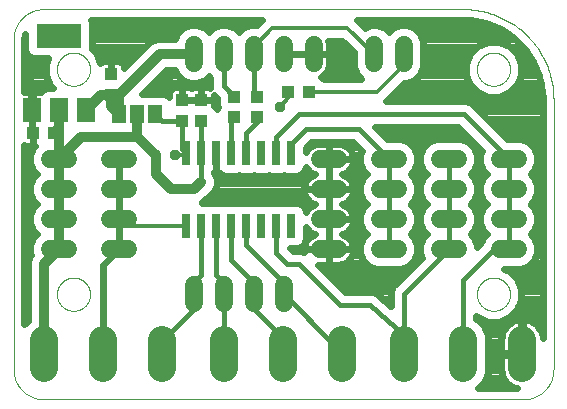
<source format=gtl>
G75*
%MOIN*%
%OFA0B0*%
%FSLAX25Y25*%
%IPPOS*%
%LPD*%
%AMOC8*
5,1,8,0,0,1.08239X$1,22.5*
%
%ADD10C,0.00000*%
%ADD11R,0.04252X0.04134*%
%ADD12R,0.02600X0.08000*%
%ADD13R,0.04331X0.03937*%
%ADD14C,0.09449*%
%ADD15C,0.06000*%
%ADD16R,0.03937X0.04331*%
%ADD17R,0.04600X0.06300*%
%ADD18R,0.05900X0.07900*%
%ADD19R,0.15000X0.07900*%
%ADD20R,0.04134X0.04252*%
%ADD21C,0.03200*%
%ADD22C,0.01600*%
%ADD23C,0.02400*%
%ADD24C,0.04724*%
%ADD25C,0.01200*%
%ADD26OC8,0.03562*%
D10*
X0022200Y0013565D02*
X0182200Y0013565D01*
X0182442Y0013568D01*
X0182683Y0013577D01*
X0182924Y0013591D01*
X0183165Y0013612D01*
X0183405Y0013638D01*
X0183645Y0013670D01*
X0183884Y0013708D01*
X0184121Y0013751D01*
X0184358Y0013801D01*
X0184593Y0013856D01*
X0184827Y0013916D01*
X0185059Y0013983D01*
X0185290Y0014054D01*
X0185519Y0014132D01*
X0185746Y0014215D01*
X0185971Y0014303D01*
X0186194Y0014397D01*
X0186414Y0014496D01*
X0186632Y0014601D01*
X0186847Y0014710D01*
X0187060Y0014825D01*
X0187270Y0014945D01*
X0187476Y0015070D01*
X0187680Y0015200D01*
X0187881Y0015335D01*
X0188078Y0015475D01*
X0188272Y0015619D01*
X0188462Y0015768D01*
X0188648Y0015922D01*
X0188831Y0016080D01*
X0189010Y0016242D01*
X0189185Y0016409D01*
X0189356Y0016580D01*
X0189523Y0016755D01*
X0189685Y0016934D01*
X0189843Y0017117D01*
X0189997Y0017303D01*
X0190146Y0017493D01*
X0190290Y0017687D01*
X0190430Y0017884D01*
X0190565Y0018085D01*
X0190695Y0018289D01*
X0190820Y0018495D01*
X0190940Y0018705D01*
X0191055Y0018918D01*
X0191164Y0019133D01*
X0191269Y0019351D01*
X0191368Y0019571D01*
X0191462Y0019794D01*
X0191550Y0020019D01*
X0191633Y0020246D01*
X0191711Y0020475D01*
X0191782Y0020706D01*
X0191849Y0020938D01*
X0191909Y0021172D01*
X0191964Y0021407D01*
X0192014Y0021644D01*
X0192057Y0021881D01*
X0192095Y0022120D01*
X0192127Y0022360D01*
X0192153Y0022600D01*
X0192174Y0022841D01*
X0192188Y0023082D01*
X0192197Y0023323D01*
X0192200Y0023565D01*
X0192200Y0113565D01*
X0166688Y0123565D02*
X0166690Y0123713D01*
X0166696Y0123861D01*
X0166706Y0124009D01*
X0166720Y0124156D01*
X0166738Y0124303D01*
X0166759Y0124449D01*
X0166785Y0124595D01*
X0166815Y0124740D01*
X0166848Y0124884D01*
X0166886Y0125027D01*
X0166927Y0125169D01*
X0166972Y0125310D01*
X0167020Y0125450D01*
X0167073Y0125589D01*
X0167129Y0125726D01*
X0167189Y0125861D01*
X0167252Y0125995D01*
X0167319Y0126127D01*
X0167390Y0126257D01*
X0167464Y0126385D01*
X0167541Y0126511D01*
X0167622Y0126635D01*
X0167706Y0126757D01*
X0167793Y0126876D01*
X0167884Y0126993D01*
X0167978Y0127108D01*
X0168074Y0127220D01*
X0168174Y0127330D01*
X0168276Y0127436D01*
X0168382Y0127540D01*
X0168490Y0127641D01*
X0168601Y0127739D01*
X0168714Y0127835D01*
X0168830Y0127927D01*
X0168948Y0128016D01*
X0169069Y0128101D01*
X0169192Y0128184D01*
X0169317Y0128263D01*
X0169444Y0128339D01*
X0169573Y0128411D01*
X0169704Y0128480D01*
X0169837Y0128545D01*
X0169972Y0128606D01*
X0170108Y0128664D01*
X0170245Y0128719D01*
X0170384Y0128769D01*
X0170525Y0128816D01*
X0170666Y0128859D01*
X0170809Y0128899D01*
X0170953Y0128934D01*
X0171097Y0128966D01*
X0171243Y0128993D01*
X0171389Y0129017D01*
X0171536Y0129037D01*
X0171683Y0129053D01*
X0171830Y0129065D01*
X0171978Y0129073D01*
X0172126Y0129077D01*
X0172274Y0129077D01*
X0172422Y0129073D01*
X0172570Y0129065D01*
X0172717Y0129053D01*
X0172864Y0129037D01*
X0173011Y0129017D01*
X0173157Y0128993D01*
X0173303Y0128966D01*
X0173447Y0128934D01*
X0173591Y0128899D01*
X0173734Y0128859D01*
X0173875Y0128816D01*
X0174016Y0128769D01*
X0174155Y0128719D01*
X0174292Y0128664D01*
X0174428Y0128606D01*
X0174563Y0128545D01*
X0174696Y0128480D01*
X0174827Y0128411D01*
X0174956Y0128339D01*
X0175083Y0128263D01*
X0175208Y0128184D01*
X0175331Y0128101D01*
X0175452Y0128016D01*
X0175570Y0127927D01*
X0175686Y0127835D01*
X0175799Y0127739D01*
X0175910Y0127641D01*
X0176018Y0127540D01*
X0176124Y0127436D01*
X0176226Y0127330D01*
X0176326Y0127220D01*
X0176422Y0127108D01*
X0176516Y0126993D01*
X0176607Y0126876D01*
X0176694Y0126757D01*
X0176778Y0126635D01*
X0176859Y0126511D01*
X0176936Y0126385D01*
X0177010Y0126257D01*
X0177081Y0126127D01*
X0177148Y0125995D01*
X0177211Y0125861D01*
X0177271Y0125726D01*
X0177327Y0125589D01*
X0177380Y0125450D01*
X0177428Y0125310D01*
X0177473Y0125169D01*
X0177514Y0125027D01*
X0177552Y0124884D01*
X0177585Y0124740D01*
X0177615Y0124595D01*
X0177641Y0124449D01*
X0177662Y0124303D01*
X0177680Y0124156D01*
X0177694Y0124009D01*
X0177704Y0123861D01*
X0177710Y0123713D01*
X0177712Y0123565D01*
X0177710Y0123417D01*
X0177704Y0123269D01*
X0177694Y0123121D01*
X0177680Y0122974D01*
X0177662Y0122827D01*
X0177641Y0122681D01*
X0177615Y0122535D01*
X0177585Y0122390D01*
X0177552Y0122246D01*
X0177514Y0122103D01*
X0177473Y0121961D01*
X0177428Y0121820D01*
X0177380Y0121680D01*
X0177327Y0121541D01*
X0177271Y0121404D01*
X0177211Y0121269D01*
X0177148Y0121135D01*
X0177081Y0121003D01*
X0177010Y0120873D01*
X0176936Y0120745D01*
X0176859Y0120619D01*
X0176778Y0120495D01*
X0176694Y0120373D01*
X0176607Y0120254D01*
X0176516Y0120137D01*
X0176422Y0120022D01*
X0176326Y0119910D01*
X0176226Y0119800D01*
X0176124Y0119694D01*
X0176018Y0119590D01*
X0175910Y0119489D01*
X0175799Y0119391D01*
X0175686Y0119295D01*
X0175570Y0119203D01*
X0175452Y0119114D01*
X0175331Y0119029D01*
X0175208Y0118946D01*
X0175083Y0118867D01*
X0174956Y0118791D01*
X0174827Y0118719D01*
X0174696Y0118650D01*
X0174563Y0118585D01*
X0174428Y0118524D01*
X0174292Y0118466D01*
X0174155Y0118411D01*
X0174016Y0118361D01*
X0173875Y0118314D01*
X0173734Y0118271D01*
X0173591Y0118231D01*
X0173447Y0118196D01*
X0173303Y0118164D01*
X0173157Y0118137D01*
X0173011Y0118113D01*
X0172864Y0118093D01*
X0172717Y0118077D01*
X0172570Y0118065D01*
X0172422Y0118057D01*
X0172274Y0118053D01*
X0172126Y0118053D01*
X0171978Y0118057D01*
X0171830Y0118065D01*
X0171683Y0118077D01*
X0171536Y0118093D01*
X0171389Y0118113D01*
X0171243Y0118137D01*
X0171097Y0118164D01*
X0170953Y0118196D01*
X0170809Y0118231D01*
X0170666Y0118271D01*
X0170525Y0118314D01*
X0170384Y0118361D01*
X0170245Y0118411D01*
X0170108Y0118466D01*
X0169972Y0118524D01*
X0169837Y0118585D01*
X0169704Y0118650D01*
X0169573Y0118719D01*
X0169444Y0118791D01*
X0169317Y0118867D01*
X0169192Y0118946D01*
X0169069Y0119029D01*
X0168948Y0119114D01*
X0168830Y0119203D01*
X0168714Y0119295D01*
X0168601Y0119391D01*
X0168490Y0119489D01*
X0168382Y0119590D01*
X0168276Y0119694D01*
X0168174Y0119800D01*
X0168074Y0119910D01*
X0167978Y0120022D01*
X0167884Y0120137D01*
X0167793Y0120254D01*
X0167706Y0120373D01*
X0167622Y0120495D01*
X0167541Y0120619D01*
X0167464Y0120745D01*
X0167390Y0120873D01*
X0167319Y0121003D01*
X0167252Y0121135D01*
X0167189Y0121269D01*
X0167129Y0121404D01*
X0167073Y0121541D01*
X0167020Y0121680D01*
X0166972Y0121820D01*
X0166927Y0121961D01*
X0166886Y0122103D01*
X0166848Y0122246D01*
X0166815Y0122390D01*
X0166785Y0122535D01*
X0166759Y0122681D01*
X0166738Y0122827D01*
X0166720Y0122974D01*
X0166706Y0123121D01*
X0166696Y0123269D01*
X0166690Y0123417D01*
X0166688Y0123565D01*
X0162200Y0143565D02*
X0162925Y0143556D01*
X0163649Y0143530D01*
X0164373Y0143486D01*
X0165095Y0143425D01*
X0165816Y0143346D01*
X0166535Y0143250D01*
X0167251Y0143137D01*
X0167964Y0143006D01*
X0168674Y0142858D01*
X0169379Y0142693D01*
X0170081Y0142511D01*
X0170778Y0142312D01*
X0171471Y0142097D01*
X0172157Y0141864D01*
X0172838Y0141615D01*
X0173513Y0141350D01*
X0174181Y0141069D01*
X0174842Y0140771D01*
X0175496Y0140458D01*
X0176142Y0140129D01*
X0176780Y0139784D01*
X0177409Y0139424D01*
X0178029Y0139049D01*
X0178640Y0138659D01*
X0179242Y0138255D01*
X0179834Y0137836D01*
X0180415Y0137402D01*
X0180986Y0136955D01*
X0181545Y0136494D01*
X0182094Y0136020D01*
X0182630Y0135533D01*
X0183155Y0135033D01*
X0183668Y0134520D01*
X0184168Y0133995D01*
X0184655Y0133459D01*
X0185129Y0132910D01*
X0185590Y0132351D01*
X0186037Y0131780D01*
X0186471Y0131199D01*
X0186890Y0130607D01*
X0187294Y0130005D01*
X0187684Y0129394D01*
X0188059Y0128774D01*
X0188419Y0128145D01*
X0188764Y0127507D01*
X0189093Y0126861D01*
X0189406Y0126207D01*
X0189704Y0125546D01*
X0189985Y0124878D01*
X0190250Y0124203D01*
X0190499Y0123522D01*
X0190732Y0122836D01*
X0190947Y0122143D01*
X0191146Y0121446D01*
X0191328Y0120744D01*
X0191493Y0120039D01*
X0191641Y0119329D01*
X0191772Y0118616D01*
X0191885Y0117900D01*
X0191981Y0117181D01*
X0192060Y0116460D01*
X0192121Y0115738D01*
X0192165Y0115014D01*
X0192191Y0114290D01*
X0192200Y0113565D01*
X0162200Y0143565D02*
X0022200Y0143565D01*
X0021958Y0143562D01*
X0021717Y0143553D01*
X0021476Y0143539D01*
X0021235Y0143518D01*
X0020995Y0143492D01*
X0020755Y0143460D01*
X0020516Y0143422D01*
X0020279Y0143379D01*
X0020042Y0143329D01*
X0019807Y0143274D01*
X0019573Y0143214D01*
X0019341Y0143147D01*
X0019110Y0143076D01*
X0018881Y0142998D01*
X0018654Y0142915D01*
X0018429Y0142827D01*
X0018206Y0142733D01*
X0017986Y0142634D01*
X0017768Y0142529D01*
X0017553Y0142420D01*
X0017340Y0142305D01*
X0017130Y0142185D01*
X0016924Y0142060D01*
X0016720Y0141930D01*
X0016519Y0141795D01*
X0016322Y0141655D01*
X0016128Y0141511D01*
X0015938Y0141362D01*
X0015752Y0141208D01*
X0015569Y0141050D01*
X0015390Y0140888D01*
X0015215Y0140721D01*
X0015044Y0140550D01*
X0014877Y0140375D01*
X0014715Y0140196D01*
X0014557Y0140013D01*
X0014403Y0139827D01*
X0014254Y0139637D01*
X0014110Y0139443D01*
X0013970Y0139246D01*
X0013835Y0139045D01*
X0013705Y0138841D01*
X0013580Y0138635D01*
X0013460Y0138425D01*
X0013345Y0138212D01*
X0013236Y0137997D01*
X0013131Y0137779D01*
X0013032Y0137559D01*
X0012938Y0137336D01*
X0012850Y0137111D01*
X0012767Y0136884D01*
X0012689Y0136655D01*
X0012618Y0136424D01*
X0012551Y0136192D01*
X0012491Y0135958D01*
X0012436Y0135723D01*
X0012386Y0135486D01*
X0012343Y0135249D01*
X0012305Y0135010D01*
X0012273Y0134770D01*
X0012247Y0134530D01*
X0012226Y0134289D01*
X0012212Y0134048D01*
X0012203Y0133807D01*
X0012200Y0133565D01*
X0012200Y0023565D01*
X0012203Y0023323D01*
X0012212Y0023082D01*
X0012226Y0022841D01*
X0012247Y0022600D01*
X0012273Y0022360D01*
X0012305Y0022120D01*
X0012343Y0021881D01*
X0012386Y0021644D01*
X0012436Y0021407D01*
X0012491Y0021172D01*
X0012551Y0020938D01*
X0012618Y0020706D01*
X0012689Y0020475D01*
X0012767Y0020246D01*
X0012850Y0020019D01*
X0012938Y0019794D01*
X0013032Y0019571D01*
X0013131Y0019351D01*
X0013236Y0019133D01*
X0013345Y0018918D01*
X0013460Y0018705D01*
X0013580Y0018495D01*
X0013705Y0018289D01*
X0013835Y0018085D01*
X0013970Y0017884D01*
X0014110Y0017687D01*
X0014254Y0017493D01*
X0014403Y0017303D01*
X0014557Y0017117D01*
X0014715Y0016934D01*
X0014877Y0016755D01*
X0015044Y0016580D01*
X0015215Y0016409D01*
X0015390Y0016242D01*
X0015569Y0016080D01*
X0015752Y0015922D01*
X0015938Y0015768D01*
X0016128Y0015619D01*
X0016322Y0015475D01*
X0016519Y0015335D01*
X0016720Y0015200D01*
X0016924Y0015070D01*
X0017130Y0014945D01*
X0017340Y0014825D01*
X0017553Y0014710D01*
X0017768Y0014601D01*
X0017986Y0014496D01*
X0018206Y0014397D01*
X0018429Y0014303D01*
X0018654Y0014215D01*
X0018881Y0014132D01*
X0019110Y0014054D01*
X0019341Y0013983D01*
X0019573Y0013916D01*
X0019807Y0013856D01*
X0020042Y0013801D01*
X0020279Y0013751D01*
X0020516Y0013708D01*
X0020755Y0013670D01*
X0020995Y0013638D01*
X0021235Y0013612D01*
X0021476Y0013591D01*
X0021717Y0013577D01*
X0021958Y0013568D01*
X0022200Y0013565D01*
X0026688Y0048565D02*
X0026690Y0048713D01*
X0026696Y0048861D01*
X0026706Y0049009D01*
X0026720Y0049156D01*
X0026738Y0049303D01*
X0026759Y0049449D01*
X0026785Y0049595D01*
X0026815Y0049740D01*
X0026848Y0049884D01*
X0026886Y0050027D01*
X0026927Y0050169D01*
X0026972Y0050310D01*
X0027020Y0050450D01*
X0027073Y0050589D01*
X0027129Y0050726D01*
X0027189Y0050861D01*
X0027252Y0050995D01*
X0027319Y0051127D01*
X0027390Y0051257D01*
X0027464Y0051385D01*
X0027541Y0051511D01*
X0027622Y0051635D01*
X0027706Y0051757D01*
X0027793Y0051876D01*
X0027884Y0051993D01*
X0027978Y0052108D01*
X0028074Y0052220D01*
X0028174Y0052330D01*
X0028276Y0052436D01*
X0028382Y0052540D01*
X0028490Y0052641D01*
X0028601Y0052739D01*
X0028714Y0052835D01*
X0028830Y0052927D01*
X0028948Y0053016D01*
X0029069Y0053101D01*
X0029192Y0053184D01*
X0029317Y0053263D01*
X0029444Y0053339D01*
X0029573Y0053411D01*
X0029704Y0053480D01*
X0029837Y0053545D01*
X0029972Y0053606D01*
X0030108Y0053664D01*
X0030245Y0053719D01*
X0030384Y0053769D01*
X0030525Y0053816D01*
X0030666Y0053859D01*
X0030809Y0053899D01*
X0030953Y0053934D01*
X0031097Y0053966D01*
X0031243Y0053993D01*
X0031389Y0054017D01*
X0031536Y0054037D01*
X0031683Y0054053D01*
X0031830Y0054065D01*
X0031978Y0054073D01*
X0032126Y0054077D01*
X0032274Y0054077D01*
X0032422Y0054073D01*
X0032570Y0054065D01*
X0032717Y0054053D01*
X0032864Y0054037D01*
X0033011Y0054017D01*
X0033157Y0053993D01*
X0033303Y0053966D01*
X0033447Y0053934D01*
X0033591Y0053899D01*
X0033734Y0053859D01*
X0033875Y0053816D01*
X0034016Y0053769D01*
X0034155Y0053719D01*
X0034292Y0053664D01*
X0034428Y0053606D01*
X0034563Y0053545D01*
X0034696Y0053480D01*
X0034827Y0053411D01*
X0034956Y0053339D01*
X0035083Y0053263D01*
X0035208Y0053184D01*
X0035331Y0053101D01*
X0035452Y0053016D01*
X0035570Y0052927D01*
X0035686Y0052835D01*
X0035799Y0052739D01*
X0035910Y0052641D01*
X0036018Y0052540D01*
X0036124Y0052436D01*
X0036226Y0052330D01*
X0036326Y0052220D01*
X0036422Y0052108D01*
X0036516Y0051993D01*
X0036607Y0051876D01*
X0036694Y0051757D01*
X0036778Y0051635D01*
X0036859Y0051511D01*
X0036936Y0051385D01*
X0037010Y0051257D01*
X0037081Y0051127D01*
X0037148Y0050995D01*
X0037211Y0050861D01*
X0037271Y0050726D01*
X0037327Y0050589D01*
X0037380Y0050450D01*
X0037428Y0050310D01*
X0037473Y0050169D01*
X0037514Y0050027D01*
X0037552Y0049884D01*
X0037585Y0049740D01*
X0037615Y0049595D01*
X0037641Y0049449D01*
X0037662Y0049303D01*
X0037680Y0049156D01*
X0037694Y0049009D01*
X0037704Y0048861D01*
X0037710Y0048713D01*
X0037712Y0048565D01*
X0037710Y0048417D01*
X0037704Y0048269D01*
X0037694Y0048121D01*
X0037680Y0047974D01*
X0037662Y0047827D01*
X0037641Y0047681D01*
X0037615Y0047535D01*
X0037585Y0047390D01*
X0037552Y0047246D01*
X0037514Y0047103D01*
X0037473Y0046961D01*
X0037428Y0046820D01*
X0037380Y0046680D01*
X0037327Y0046541D01*
X0037271Y0046404D01*
X0037211Y0046269D01*
X0037148Y0046135D01*
X0037081Y0046003D01*
X0037010Y0045873D01*
X0036936Y0045745D01*
X0036859Y0045619D01*
X0036778Y0045495D01*
X0036694Y0045373D01*
X0036607Y0045254D01*
X0036516Y0045137D01*
X0036422Y0045022D01*
X0036326Y0044910D01*
X0036226Y0044800D01*
X0036124Y0044694D01*
X0036018Y0044590D01*
X0035910Y0044489D01*
X0035799Y0044391D01*
X0035686Y0044295D01*
X0035570Y0044203D01*
X0035452Y0044114D01*
X0035331Y0044029D01*
X0035208Y0043946D01*
X0035083Y0043867D01*
X0034956Y0043791D01*
X0034827Y0043719D01*
X0034696Y0043650D01*
X0034563Y0043585D01*
X0034428Y0043524D01*
X0034292Y0043466D01*
X0034155Y0043411D01*
X0034016Y0043361D01*
X0033875Y0043314D01*
X0033734Y0043271D01*
X0033591Y0043231D01*
X0033447Y0043196D01*
X0033303Y0043164D01*
X0033157Y0043137D01*
X0033011Y0043113D01*
X0032864Y0043093D01*
X0032717Y0043077D01*
X0032570Y0043065D01*
X0032422Y0043057D01*
X0032274Y0043053D01*
X0032126Y0043053D01*
X0031978Y0043057D01*
X0031830Y0043065D01*
X0031683Y0043077D01*
X0031536Y0043093D01*
X0031389Y0043113D01*
X0031243Y0043137D01*
X0031097Y0043164D01*
X0030953Y0043196D01*
X0030809Y0043231D01*
X0030666Y0043271D01*
X0030525Y0043314D01*
X0030384Y0043361D01*
X0030245Y0043411D01*
X0030108Y0043466D01*
X0029972Y0043524D01*
X0029837Y0043585D01*
X0029704Y0043650D01*
X0029573Y0043719D01*
X0029444Y0043791D01*
X0029317Y0043867D01*
X0029192Y0043946D01*
X0029069Y0044029D01*
X0028948Y0044114D01*
X0028830Y0044203D01*
X0028714Y0044295D01*
X0028601Y0044391D01*
X0028490Y0044489D01*
X0028382Y0044590D01*
X0028276Y0044694D01*
X0028174Y0044800D01*
X0028074Y0044910D01*
X0027978Y0045022D01*
X0027884Y0045137D01*
X0027793Y0045254D01*
X0027706Y0045373D01*
X0027622Y0045495D01*
X0027541Y0045619D01*
X0027464Y0045745D01*
X0027390Y0045873D01*
X0027319Y0046003D01*
X0027252Y0046135D01*
X0027189Y0046269D01*
X0027129Y0046404D01*
X0027073Y0046541D01*
X0027020Y0046680D01*
X0026972Y0046820D01*
X0026927Y0046961D01*
X0026886Y0047103D01*
X0026848Y0047246D01*
X0026815Y0047390D01*
X0026785Y0047535D01*
X0026759Y0047681D01*
X0026738Y0047827D01*
X0026720Y0047974D01*
X0026706Y0048121D01*
X0026696Y0048269D01*
X0026690Y0048417D01*
X0026688Y0048565D01*
X0026688Y0123565D02*
X0026690Y0123713D01*
X0026696Y0123861D01*
X0026706Y0124009D01*
X0026720Y0124156D01*
X0026738Y0124303D01*
X0026759Y0124449D01*
X0026785Y0124595D01*
X0026815Y0124740D01*
X0026848Y0124884D01*
X0026886Y0125027D01*
X0026927Y0125169D01*
X0026972Y0125310D01*
X0027020Y0125450D01*
X0027073Y0125589D01*
X0027129Y0125726D01*
X0027189Y0125861D01*
X0027252Y0125995D01*
X0027319Y0126127D01*
X0027390Y0126257D01*
X0027464Y0126385D01*
X0027541Y0126511D01*
X0027622Y0126635D01*
X0027706Y0126757D01*
X0027793Y0126876D01*
X0027884Y0126993D01*
X0027978Y0127108D01*
X0028074Y0127220D01*
X0028174Y0127330D01*
X0028276Y0127436D01*
X0028382Y0127540D01*
X0028490Y0127641D01*
X0028601Y0127739D01*
X0028714Y0127835D01*
X0028830Y0127927D01*
X0028948Y0128016D01*
X0029069Y0128101D01*
X0029192Y0128184D01*
X0029317Y0128263D01*
X0029444Y0128339D01*
X0029573Y0128411D01*
X0029704Y0128480D01*
X0029837Y0128545D01*
X0029972Y0128606D01*
X0030108Y0128664D01*
X0030245Y0128719D01*
X0030384Y0128769D01*
X0030525Y0128816D01*
X0030666Y0128859D01*
X0030809Y0128899D01*
X0030953Y0128934D01*
X0031097Y0128966D01*
X0031243Y0128993D01*
X0031389Y0129017D01*
X0031536Y0129037D01*
X0031683Y0129053D01*
X0031830Y0129065D01*
X0031978Y0129073D01*
X0032126Y0129077D01*
X0032274Y0129077D01*
X0032422Y0129073D01*
X0032570Y0129065D01*
X0032717Y0129053D01*
X0032864Y0129037D01*
X0033011Y0129017D01*
X0033157Y0128993D01*
X0033303Y0128966D01*
X0033447Y0128934D01*
X0033591Y0128899D01*
X0033734Y0128859D01*
X0033875Y0128816D01*
X0034016Y0128769D01*
X0034155Y0128719D01*
X0034292Y0128664D01*
X0034428Y0128606D01*
X0034563Y0128545D01*
X0034696Y0128480D01*
X0034827Y0128411D01*
X0034956Y0128339D01*
X0035083Y0128263D01*
X0035208Y0128184D01*
X0035331Y0128101D01*
X0035452Y0128016D01*
X0035570Y0127927D01*
X0035686Y0127835D01*
X0035799Y0127739D01*
X0035910Y0127641D01*
X0036018Y0127540D01*
X0036124Y0127436D01*
X0036226Y0127330D01*
X0036326Y0127220D01*
X0036422Y0127108D01*
X0036516Y0126993D01*
X0036607Y0126876D01*
X0036694Y0126757D01*
X0036778Y0126635D01*
X0036859Y0126511D01*
X0036936Y0126385D01*
X0037010Y0126257D01*
X0037081Y0126127D01*
X0037148Y0125995D01*
X0037211Y0125861D01*
X0037271Y0125726D01*
X0037327Y0125589D01*
X0037380Y0125450D01*
X0037428Y0125310D01*
X0037473Y0125169D01*
X0037514Y0125027D01*
X0037552Y0124884D01*
X0037585Y0124740D01*
X0037615Y0124595D01*
X0037641Y0124449D01*
X0037662Y0124303D01*
X0037680Y0124156D01*
X0037694Y0124009D01*
X0037704Y0123861D01*
X0037710Y0123713D01*
X0037712Y0123565D01*
X0037710Y0123417D01*
X0037704Y0123269D01*
X0037694Y0123121D01*
X0037680Y0122974D01*
X0037662Y0122827D01*
X0037641Y0122681D01*
X0037615Y0122535D01*
X0037585Y0122390D01*
X0037552Y0122246D01*
X0037514Y0122103D01*
X0037473Y0121961D01*
X0037428Y0121820D01*
X0037380Y0121680D01*
X0037327Y0121541D01*
X0037271Y0121404D01*
X0037211Y0121269D01*
X0037148Y0121135D01*
X0037081Y0121003D01*
X0037010Y0120873D01*
X0036936Y0120745D01*
X0036859Y0120619D01*
X0036778Y0120495D01*
X0036694Y0120373D01*
X0036607Y0120254D01*
X0036516Y0120137D01*
X0036422Y0120022D01*
X0036326Y0119910D01*
X0036226Y0119800D01*
X0036124Y0119694D01*
X0036018Y0119590D01*
X0035910Y0119489D01*
X0035799Y0119391D01*
X0035686Y0119295D01*
X0035570Y0119203D01*
X0035452Y0119114D01*
X0035331Y0119029D01*
X0035208Y0118946D01*
X0035083Y0118867D01*
X0034956Y0118791D01*
X0034827Y0118719D01*
X0034696Y0118650D01*
X0034563Y0118585D01*
X0034428Y0118524D01*
X0034292Y0118466D01*
X0034155Y0118411D01*
X0034016Y0118361D01*
X0033875Y0118314D01*
X0033734Y0118271D01*
X0033591Y0118231D01*
X0033447Y0118196D01*
X0033303Y0118164D01*
X0033157Y0118137D01*
X0033011Y0118113D01*
X0032864Y0118093D01*
X0032717Y0118077D01*
X0032570Y0118065D01*
X0032422Y0118057D01*
X0032274Y0118053D01*
X0032126Y0118053D01*
X0031978Y0118057D01*
X0031830Y0118065D01*
X0031683Y0118077D01*
X0031536Y0118093D01*
X0031389Y0118113D01*
X0031243Y0118137D01*
X0031097Y0118164D01*
X0030953Y0118196D01*
X0030809Y0118231D01*
X0030666Y0118271D01*
X0030525Y0118314D01*
X0030384Y0118361D01*
X0030245Y0118411D01*
X0030108Y0118466D01*
X0029972Y0118524D01*
X0029837Y0118585D01*
X0029704Y0118650D01*
X0029573Y0118719D01*
X0029444Y0118791D01*
X0029317Y0118867D01*
X0029192Y0118946D01*
X0029069Y0119029D01*
X0028948Y0119114D01*
X0028830Y0119203D01*
X0028714Y0119295D01*
X0028601Y0119391D01*
X0028490Y0119489D01*
X0028382Y0119590D01*
X0028276Y0119694D01*
X0028174Y0119800D01*
X0028074Y0119910D01*
X0027978Y0120022D01*
X0027884Y0120137D01*
X0027793Y0120254D01*
X0027706Y0120373D01*
X0027622Y0120495D01*
X0027541Y0120619D01*
X0027464Y0120745D01*
X0027390Y0120873D01*
X0027319Y0121003D01*
X0027252Y0121135D01*
X0027189Y0121269D01*
X0027129Y0121404D01*
X0027073Y0121541D01*
X0027020Y0121680D01*
X0026972Y0121820D01*
X0026927Y0121961D01*
X0026886Y0122103D01*
X0026848Y0122246D01*
X0026815Y0122390D01*
X0026785Y0122535D01*
X0026759Y0122681D01*
X0026738Y0122827D01*
X0026720Y0122974D01*
X0026706Y0123121D01*
X0026696Y0123269D01*
X0026690Y0123417D01*
X0026688Y0123565D01*
X0166688Y0048565D02*
X0166690Y0048713D01*
X0166696Y0048861D01*
X0166706Y0049009D01*
X0166720Y0049156D01*
X0166738Y0049303D01*
X0166759Y0049449D01*
X0166785Y0049595D01*
X0166815Y0049740D01*
X0166848Y0049884D01*
X0166886Y0050027D01*
X0166927Y0050169D01*
X0166972Y0050310D01*
X0167020Y0050450D01*
X0167073Y0050589D01*
X0167129Y0050726D01*
X0167189Y0050861D01*
X0167252Y0050995D01*
X0167319Y0051127D01*
X0167390Y0051257D01*
X0167464Y0051385D01*
X0167541Y0051511D01*
X0167622Y0051635D01*
X0167706Y0051757D01*
X0167793Y0051876D01*
X0167884Y0051993D01*
X0167978Y0052108D01*
X0168074Y0052220D01*
X0168174Y0052330D01*
X0168276Y0052436D01*
X0168382Y0052540D01*
X0168490Y0052641D01*
X0168601Y0052739D01*
X0168714Y0052835D01*
X0168830Y0052927D01*
X0168948Y0053016D01*
X0169069Y0053101D01*
X0169192Y0053184D01*
X0169317Y0053263D01*
X0169444Y0053339D01*
X0169573Y0053411D01*
X0169704Y0053480D01*
X0169837Y0053545D01*
X0169972Y0053606D01*
X0170108Y0053664D01*
X0170245Y0053719D01*
X0170384Y0053769D01*
X0170525Y0053816D01*
X0170666Y0053859D01*
X0170809Y0053899D01*
X0170953Y0053934D01*
X0171097Y0053966D01*
X0171243Y0053993D01*
X0171389Y0054017D01*
X0171536Y0054037D01*
X0171683Y0054053D01*
X0171830Y0054065D01*
X0171978Y0054073D01*
X0172126Y0054077D01*
X0172274Y0054077D01*
X0172422Y0054073D01*
X0172570Y0054065D01*
X0172717Y0054053D01*
X0172864Y0054037D01*
X0173011Y0054017D01*
X0173157Y0053993D01*
X0173303Y0053966D01*
X0173447Y0053934D01*
X0173591Y0053899D01*
X0173734Y0053859D01*
X0173875Y0053816D01*
X0174016Y0053769D01*
X0174155Y0053719D01*
X0174292Y0053664D01*
X0174428Y0053606D01*
X0174563Y0053545D01*
X0174696Y0053480D01*
X0174827Y0053411D01*
X0174956Y0053339D01*
X0175083Y0053263D01*
X0175208Y0053184D01*
X0175331Y0053101D01*
X0175452Y0053016D01*
X0175570Y0052927D01*
X0175686Y0052835D01*
X0175799Y0052739D01*
X0175910Y0052641D01*
X0176018Y0052540D01*
X0176124Y0052436D01*
X0176226Y0052330D01*
X0176326Y0052220D01*
X0176422Y0052108D01*
X0176516Y0051993D01*
X0176607Y0051876D01*
X0176694Y0051757D01*
X0176778Y0051635D01*
X0176859Y0051511D01*
X0176936Y0051385D01*
X0177010Y0051257D01*
X0177081Y0051127D01*
X0177148Y0050995D01*
X0177211Y0050861D01*
X0177271Y0050726D01*
X0177327Y0050589D01*
X0177380Y0050450D01*
X0177428Y0050310D01*
X0177473Y0050169D01*
X0177514Y0050027D01*
X0177552Y0049884D01*
X0177585Y0049740D01*
X0177615Y0049595D01*
X0177641Y0049449D01*
X0177662Y0049303D01*
X0177680Y0049156D01*
X0177694Y0049009D01*
X0177704Y0048861D01*
X0177710Y0048713D01*
X0177712Y0048565D01*
X0177710Y0048417D01*
X0177704Y0048269D01*
X0177694Y0048121D01*
X0177680Y0047974D01*
X0177662Y0047827D01*
X0177641Y0047681D01*
X0177615Y0047535D01*
X0177585Y0047390D01*
X0177552Y0047246D01*
X0177514Y0047103D01*
X0177473Y0046961D01*
X0177428Y0046820D01*
X0177380Y0046680D01*
X0177327Y0046541D01*
X0177271Y0046404D01*
X0177211Y0046269D01*
X0177148Y0046135D01*
X0177081Y0046003D01*
X0177010Y0045873D01*
X0176936Y0045745D01*
X0176859Y0045619D01*
X0176778Y0045495D01*
X0176694Y0045373D01*
X0176607Y0045254D01*
X0176516Y0045137D01*
X0176422Y0045022D01*
X0176326Y0044910D01*
X0176226Y0044800D01*
X0176124Y0044694D01*
X0176018Y0044590D01*
X0175910Y0044489D01*
X0175799Y0044391D01*
X0175686Y0044295D01*
X0175570Y0044203D01*
X0175452Y0044114D01*
X0175331Y0044029D01*
X0175208Y0043946D01*
X0175083Y0043867D01*
X0174956Y0043791D01*
X0174827Y0043719D01*
X0174696Y0043650D01*
X0174563Y0043585D01*
X0174428Y0043524D01*
X0174292Y0043466D01*
X0174155Y0043411D01*
X0174016Y0043361D01*
X0173875Y0043314D01*
X0173734Y0043271D01*
X0173591Y0043231D01*
X0173447Y0043196D01*
X0173303Y0043164D01*
X0173157Y0043137D01*
X0173011Y0043113D01*
X0172864Y0043093D01*
X0172717Y0043077D01*
X0172570Y0043065D01*
X0172422Y0043057D01*
X0172274Y0043053D01*
X0172126Y0043053D01*
X0171978Y0043057D01*
X0171830Y0043065D01*
X0171683Y0043077D01*
X0171536Y0043093D01*
X0171389Y0043113D01*
X0171243Y0043137D01*
X0171097Y0043164D01*
X0170953Y0043196D01*
X0170809Y0043231D01*
X0170666Y0043271D01*
X0170525Y0043314D01*
X0170384Y0043361D01*
X0170245Y0043411D01*
X0170108Y0043466D01*
X0169972Y0043524D01*
X0169837Y0043585D01*
X0169704Y0043650D01*
X0169573Y0043719D01*
X0169444Y0043791D01*
X0169317Y0043867D01*
X0169192Y0043946D01*
X0169069Y0044029D01*
X0168948Y0044114D01*
X0168830Y0044203D01*
X0168714Y0044295D01*
X0168601Y0044391D01*
X0168490Y0044489D01*
X0168382Y0044590D01*
X0168276Y0044694D01*
X0168174Y0044800D01*
X0168074Y0044910D01*
X0167978Y0045022D01*
X0167884Y0045137D01*
X0167793Y0045254D01*
X0167706Y0045373D01*
X0167622Y0045495D01*
X0167541Y0045619D01*
X0167464Y0045745D01*
X0167390Y0045873D01*
X0167319Y0046003D01*
X0167252Y0046135D01*
X0167189Y0046269D01*
X0167129Y0046404D01*
X0167073Y0046541D01*
X0167020Y0046680D01*
X0166972Y0046820D01*
X0166927Y0046961D01*
X0166886Y0047103D01*
X0166848Y0047246D01*
X0166815Y0047390D01*
X0166785Y0047535D01*
X0166759Y0047681D01*
X0166738Y0047827D01*
X0166720Y0047974D01*
X0166706Y0048121D01*
X0166696Y0048269D01*
X0166690Y0048417D01*
X0166688Y0048565D01*
D11*
X0074700Y0106370D03*
X0068450Y0106370D03*
X0068450Y0113260D03*
X0074700Y0113260D03*
X0044700Y0115120D03*
X0044700Y0122010D03*
D12*
X0069700Y0095665D03*
X0074700Y0095665D03*
X0079700Y0095665D03*
X0084700Y0095665D03*
X0089700Y0095665D03*
X0094700Y0095665D03*
X0099700Y0095665D03*
X0104700Y0095665D03*
X0104700Y0071465D03*
X0099700Y0071465D03*
X0094700Y0071465D03*
X0089700Y0071465D03*
X0084700Y0071465D03*
X0079700Y0071465D03*
X0074700Y0071465D03*
X0069700Y0071465D03*
D13*
X0085700Y0107719D03*
X0085700Y0114412D03*
X0093450Y0114412D03*
X0093450Y0107719D03*
D14*
X0102043Y0033290D02*
X0102043Y0023841D01*
X0121728Y0023841D02*
X0121728Y0033290D01*
X0142357Y0033290D02*
X0142357Y0023841D01*
X0162043Y0023841D02*
X0162043Y0033290D01*
X0181728Y0033290D02*
X0181728Y0023841D01*
X0082357Y0023841D02*
X0082357Y0033290D01*
X0061728Y0033290D02*
X0061728Y0023841D01*
X0042043Y0023841D02*
X0042043Y0033290D01*
X0022357Y0033290D02*
X0022357Y0023841D01*
D15*
X0072200Y0045565D02*
X0072200Y0051565D01*
X0082200Y0051565D02*
X0082200Y0045565D01*
X0092200Y0045565D02*
X0092200Y0051565D01*
X0102200Y0051565D02*
X0102200Y0045565D01*
X0114200Y0063565D02*
X0120200Y0063565D01*
X0120200Y0073565D02*
X0114200Y0073565D01*
X0114200Y0083565D02*
X0120200Y0083565D01*
X0134200Y0083565D02*
X0140200Y0083565D01*
X0154200Y0083565D02*
X0160200Y0083565D01*
X0160200Y0073565D02*
X0154200Y0073565D01*
X0154200Y0063565D02*
X0160200Y0063565D01*
X0174200Y0063565D02*
X0180200Y0063565D01*
X0180200Y0073565D02*
X0174200Y0073565D01*
X0174200Y0083565D02*
X0180200Y0083565D01*
X0180200Y0093565D02*
X0174200Y0093565D01*
X0160200Y0093565D02*
X0154200Y0093565D01*
X0140200Y0093565D02*
X0134200Y0093565D01*
X0120200Y0093565D02*
X0114200Y0093565D01*
X0134200Y0073565D02*
X0140200Y0073565D01*
X0140200Y0063565D02*
X0134200Y0063565D01*
X0050200Y0063565D02*
X0044200Y0063565D01*
X0044200Y0073565D02*
X0050200Y0073565D01*
X0050200Y0083565D02*
X0044200Y0083565D01*
X0030200Y0083565D02*
X0024200Y0083565D01*
X0024200Y0073565D02*
X0030200Y0073565D01*
X0030200Y0063565D02*
X0024200Y0063565D01*
X0024200Y0093565D02*
X0030200Y0093565D01*
X0044200Y0093565D02*
X0050200Y0093565D01*
X0072200Y0125565D02*
X0072200Y0131565D01*
X0082200Y0131565D02*
X0082200Y0125565D01*
X0092200Y0125565D02*
X0092200Y0131565D01*
X0102200Y0131565D02*
X0102200Y0125565D01*
X0112200Y0125565D02*
X0112200Y0131565D01*
X0132200Y0131565D02*
X0132200Y0125565D01*
X0142200Y0125565D02*
X0142200Y0131565D01*
D16*
X0110546Y0116065D03*
X0103854Y0116065D03*
D17*
X0059450Y0108565D03*
X0053450Y0108565D03*
X0047450Y0108565D03*
D18*
X0036300Y0109915D03*
X0027300Y0109915D03*
X0018300Y0109915D03*
D19*
X0027200Y0134715D03*
D20*
X0025645Y0102315D03*
X0018755Y0102315D03*
D21*
X0025645Y0102315D02*
X0027300Y0103970D01*
X0027300Y0093665D01*
X0027200Y0093565D01*
X0034700Y0101065D01*
X0053450Y0101065D01*
X0053450Y0108565D01*
X0047450Y0108565D02*
X0047450Y0115065D01*
X0060950Y0128565D01*
X0072200Y0128565D01*
X0044700Y0115120D02*
X0044700Y0111315D01*
X0047450Y0108565D01*
X0044700Y0115120D02*
X0041505Y0115120D01*
X0036300Y0109915D01*
X0027300Y0109915D02*
X0027300Y0103970D01*
X0027200Y0093565D02*
X0027200Y0083565D01*
X0027200Y0073565D01*
X0027200Y0063565D01*
X0022200Y0058565D01*
X0022200Y0028565D01*
X0022357Y0028565D01*
X0064700Y0083565D02*
X0059700Y0088565D01*
X0059700Y0094815D01*
X0053450Y0101065D01*
X0072200Y0083565D02*
X0074700Y0086065D01*
X0072200Y0083565D02*
X0064700Y0083565D01*
D22*
X0074700Y0086065D02*
X0074700Y0095665D01*
X0074700Y0106370D01*
X0074700Y0107010D01*
X0068450Y0106370D02*
X0061645Y0106370D01*
X0059450Y0108565D01*
X0068450Y0106370D02*
X0068450Y0096915D01*
X0069700Y0095665D01*
X0084700Y0095665D02*
X0084700Y0107969D01*
X0085700Y0107719D01*
X0085700Y0114412D02*
X0082200Y0117912D01*
X0082200Y0128565D01*
X0092200Y0128565D02*
X0092200Y0115662D01*
X0093450Y0114412D01*
X0093450Y0107719D02*
X0093450Y0106065D01*
X0089700Y0102315D01*
X0089700Y0095665D01*
X0099700Y0095665D02*
X0099700Y0101065D01*
X0107200Y0108565D01*
X0162200Y0108565D01*
X0177200Y0093565D01*
X0177200Y0083565D01*
X0177200Y0073565D01*
X0177200Y0063565D01*
X0172200Y0063565D01*
X0162043Y0053408D01*
X0162043Y0028565D01*
X0142357Y0028565D02*
X0142357Y0034815D01*
X0142357Y0048723D01*
X0157200Y0063565D01*
X0157200Y0073565D01*
X0157200Y0083565D01*
X0157200Y0093565D01*
X0137200Y0093565D02*
X0137200Y0083565D01*
X0137200Y0073565D01*
X0137200Y0063565D01*
X0131107Y0044815D02*
X0120950Y0044815D01*
X0107200Y0058565D01*
X0103450Y0058565D01*
X0099700Y0062315D01*
X0099700Y0071465D01*
X0089700Y0071465D02*
X0089700Y0064815D01*
X0102200Y0052315D01*
X0102200Y0048565D01*
X0119700Y0031065D01*
X0119700Y0030288D01*
X0121728Y0028565D01*
X0102200Y0028723D02*
X0102043Y0028565D01*
X0102200Y0028723D02*
X0102200Y0033565D01*
X0092200Y0043565D01*
X0092200Y0048565D01*
X0092200Y0052315D01*
X0084700Y0059815D01*
X0084700Y0071465D01*
X0079700Y0071465D02*
X0079700Y0054815D01*
X0082200Y0052315D01*
X0082200Y0048565D01*
X0082200Y0033723D01*
X0082357Y0028565D01*
X0072200Y0043565D02*
X0062200Y0033565D01*
X0061728Y0028565D01*
X0072200Y0043565D02*
X0072200Y0048565D01*
X0072200Y0052315D01*
X0074700Y0054815D01*
X0074700Y0071465D01*
X0104700Y0095665D02*
X0104700Y0098565D01*
X0109700Y0103565D01*
X0127200Y0103565D01*
X0137200Y0093565D01*
X0104700Y0095665D02*
X0104700Y0096065D01*
X0131107Y0044815D02*
X0142357Y0034815D01*
D23*
X0137957Y0044613D02*
X0134127Y0048018D01*
X0133600Y0048545D01*
X0133476Y0048597D01*
X0133377Y0048685D01*
X0132672Y0048930D01*
X0131983Y0049215D01*
X0131849Y0049215D01*
X0131723Y0049259D01*
X0130978Y0049215D01*
X0122773Y0049215D01*
X0113591Y0058397D01*
X0113791Y0058365D01*
X0117200Y0058365D01*
X0117200Y0063565D01*
X0117200Y0058365D01*
X0120609Y0058365D01*
X0121418Y0058493D01*
X0122196Y0058746D01*
X0122925Y0059118D01*
X0123588Y0059599D01*
X0124166Y0060178D01*
X0124647Y0060840D01*
X0125019Y0061569D01*
X0125272Y0062348D01*
X0125400Y0063156D01*
X0125400Y0063565D01*
X0117200Y0063565D01*
X0117200Y0063565D01*
X0109000Y0063565D01*
X0109000Y0063156D01*
X0109097Y0062542D01*
X0108075Y0062965D01*
X0105273Y0062965D01*
X0104373Y0063865D01*
X0106716Y0063865D01*
X0108039Y0064413D01*
X0109052Y0065426D01*
X0109600Y0066749D01*
X0109600Y0071139D01*
X0109753Y0070840D01*
X0110234Y0070178D01*
X0110812Y0069599D01*
X0111475Y0069118D01*
X0112204Y0068746D01*
X0112761Y0068565D01*
X0112204Y0068384D01*
X0111475Y0068013D01*
X0110812Y0067532D01*
X0110234Y0066953D01*
X0109753Y0066291D01*
X0109381Y0065561D01*
X0109128Y0064783D01*
X0109000Y0063975D01*
X0109000Y0063565D01*
X0117200Y0063565D01*
X0117200Y0063565D01*
X0117200Y0063565D01*
X0125400Y0063565D01*
X0125400Y0063975D01*
X0125272Y0064783D01*
X0125019Y0065561D01*
X0124647Y0066291D01*
X0124166Y0066953D01*
X0123588Y0067532D01*
X0122925Y0068013D01*
X0122196Y0068384D01*
X0121639Y0068565D01*
X0122196Y0068746D01*
X0122925Y0069118D01*
X0123588Y0069599D01*
X0124166Y0070178D01*
X0124647Y0070840D01*
X0125019Y0071569D01*
X0125272Y0072348D01*
X0125400Y0073156D01*
X0125400Y0073565D01*
X0117200Y0073565D01*
X0117200Y0068365D01*
X0117200Y0063565D01*
X0117200Y0073565D01*
X0117200Y0073565D01*
X0117200Y0073565D01*
X0125400Y0073565D01*
X0125400Y0073975D01*
X0125272Y0074783D01*
X0125019Y0075561D01*
X0124647Y0076291D01*
X0124166Y0076953D01*
X0123588Y0077532D01*
X0122925Y0078013D01*
X0122196Y0078384D01*
X0121639Y0078565D01*
X0122196Y0078746D01*
X0122925Y0079118D01*
X0123588Y0079599D01*
X0124166Y0080178D01*
X0124647Y0080840D01*
X0125019Y0081569D01*
X0125272Y0082348D01*
X0125400Y0083156D01*
X0125400Y0083565D01*
X0117200Y0083565D01*
X0117200Y0078365D01*
X0117200Y0073565D01*
X0117200Y0083565D01*
X0117200Y0083565D01*
X0109000Y0083565D01*
X0109000Y0083156D01*
X0109128Y0082348D01*
X0109381Y0081569D01*
X0109753Y0080840D01*
X0110234Y0080178D01*
X0110812Y0079599D01*
X0111475Y0079118D01*
X0112204Y0078746D01*
X0112761Y0078565D01*
X0112204Y0078384D01*
X0111475Y0078013D01*
X0110812Y0077532D01*
X0110234Y0076953D01*
X0109753Y0076291D01*
X0109600Y0075991D01*
X0109600Y0076181D01*
X0109052Y0077505D01*
X0108039Y0078517D01*
X0106716Y0079065D01*
X0102684Y0079065D01*
X0102200Y0078865D01*
X0101716Y0079065D01*
X0097684Y0079065D01*
X0097200Y0078865D01*
X0096716Y0079065D01*
X0092684Y0079065D01*
X0092200Y0078865D01*
X0091716Y0079065D01*
X0087684Y0079065D01*
X0087200Y0078865D01*
X0086716Y0079065D01*
X0082684Y0079065D01*
X0082200Y0078865D01*
X0081716Y0079065D01*
X0077684Y0079065D01*
X0077200Y0078865D01*
X0076716Y0079065D01*
X0074924Y0079065D01*
X0075146Y0079157D01*
X0076608Y0080620D01*
X0079108Y0083120D01*
X0079900Y0085031D01*
X0079900Y0087100D01*
X0079108Y0089011D01*
X0079100Y0089019D01*
X0079100Y0089465D01*
X0079700Y0089465D01*
X0080509Y0089465D01*
X0081361Y0088613D01*
X0082684Y0088065D01*
X0086716Y0088065D01*
X0087200Y0088266D01*
X0087684Y0088065D01*
X0091716Y0088065D01*
X0092200Y0088266D01*
X0092684Y0088065D01*
X0096716Y0088065D01*
X0097200Y0088266D01*
X0097684Y0088065D01*
X0101716Y0088065D01*
X0102200Y0088266D01*
X0102684Y0088065D01*
X0106716Y0088065D01*
X0108039Y0088613D01*
X0109052Y0089626D01*
X0109600Y0090949D01*
X0109600Y0091139D01*
X0109753Y0090840D01*
X0110234Y0090178D01*
X0110812Y0089599D01*
X0111475Y0089118D01*
X0112204Y0088746D01*
X0112761Y0088565D01*
X0112204Y0088384D01*
X0111475Y0088013D01*
X0110812Y0087532D01*
X0110234Y0086953D01*
X0109753Y0086291D01*
X0109381Y0085561D01*
X0109128Y0084783D01*
X0109000Y0083975D01*
X0109000Y0083565D01*
X0117200Y0083565D01*
X0117200Y0083565D01*
X0117200Y0083565D01*
X0125400Y0083565D01*
X0125400Y0083975D01*
X0125272Y0084783D01*
X0125019Y0085561D01*
X0124647Y0086291D01*
X0124166Y0086953D01*
X0123588Y0087532D01*
X0122925Y0088013D01*
X0122196Y0088384D01*
X0121639Y0088565D01*
X0122196Y0088746D01*
X0122925Y0089118D01*
X0123588Y0089599D01*
X0124166Y0090178D01*
X0124647Y0090840D01*
X0125019Y0091569D01*
X0125272Y0092348D01*
X0125400Y0093156D01*
X0125400Y0093565D01*
X0117200Y0093565D01*
X0117200Y0088765D01*
X0117200Y0083565D01*
X0117200Y0093565D01*
X0117200Y0093565D01*
X0117200Y0093565D01*
X0125400Y0093565D01*
X0125400Y0093975D01*
X0125272Y0094783D01*
X0125019Y0095561D01*
X0124647Y0096291D01*
X0124166Y0096953D01*
X0123588Y0097532D01*
X0122925Y0098013D01*
X0122196Y0098384D01*
X0121418Y0098637D01*
X0120609Y0098765D01*
X0117200Y0098765D01*
X0113791Y0098765D01*
X0112982Y0098637D01*
X0112204Y0098384D01*
X0111475Y0098013D01*
X0110812Y0097532D01*
X0110234Y0096953D01*
X0109753Y0096291D01*
X0109600Y0095991D01*
X0109600Y0097243D01*
X0111523Y0099165D01*
X0125377Y0099165D01*
X0128205Y0096338D01*
X0127600Y0094878D01*
X0127600Y0092253D01*
X0128605Y0089827D01*
X0129866Y0088565D01*
X0128605Y0087304D01*
X0127600Y0084878D01*
X0127600Y0082253D01*
X0128605Y0079827D01*
X0129866Y0078565D01*
X0128605Y0077304D01*
X0127600Y0074878D01*
X0127600Y0072253D01*
X0128605Y0069827D01*
X0129866Y0068565D01*
X0128605Y0067304D01*
X0127600Y0064878D01*
X0127600Y0062253D01*
X0128605Y0059827D01*
X0130461Y0057970D01*
X0132887Y0056965D01*
X0141513Y0056965D01*
X0143939Y0057970D01*
X0145795Y0059827D01*
X0146800Y0062253D01*
X0146800Y0064878D01*
X0145795Y0067304D01*
X0144534Y0068565D01*
X0145795Y0069827D01*
X0146800Y0072253D01*
X0146800Y0074878D01*
X0145795Y0077304D01*
X0144534Y0078565D01*
X0145795Y0079827D01*
X0146800Y0082253D01*
X0146800Y0084878D01*
X0145795Y0087304D01*
X0144534Y0088565D01*
X0145795Y0089827D01*
X0146800Y0092253D01*
X0146800Y0094878D01*
X0145795Y0097304D01*
X0143939Y0099161D01*
X0141513Y0100165D01*
X0136823Y0100165D01*
X0132823Y0104165D01*
X0160377Y0104165D01*
X0168205Y0096338D01*
X0167600Y0094878D01*
X0167600Y0092253D01*
X0168605Y0089827D01*
X0169866Y0088565D01*
X0168605Y0087304D01*
X0167600Y0084878D01*
X0167600Y0082253D01*
X0168605Y0079827D01*
X0169866Y0078565D01*
X0168605Y0077304D01*
X0167600Y0074878D01*
X0167600Y0072253D01*
X0168605Y0069827D01*
X0169866Y0068565D01*
X0168605Y0067304D01*
X0167819Y0065407D01*
X0166800Y0064388D01*
X0166800Y0064878D01*
X0165795Y0067304D01*
X0164534Y0068565D01*
X0165795Y0069827D01*
X0166800Y0072253D01*
X0166800Y0074878D01*
X0165795Y0077304D01*
X0164534Y0078565D01*
X0165795Y0079827D01*
X0166800Y0082253D01*
X0166800Y0084878D01*
X0165795Y0087304D01*
X0164534Y0088565D01*
X0165795Y0089827D01*
X0166800Y0092253D01*
X0166800Y0094878D01*
X0165795Y0097304D01*
X0163939Y0099161D01*
X0161513Y0100165D01*
X0152887Y0100165D01*
X0150461Y0099161D01*
X0148605Y0097304D01*
X0147600Y0094878D01*
X0147600Y0092253D01*
X0148605Y0089827D01*
X0149866Y0088565D01*
X0148605Y0087304D01*
X0147600Y0084878D01*
X0147600Y0082253D01*
X0148605Y0079827D01*
X0149866Y0078565D01*
X0148605Y0077304D01*
X0147600Y0074878D01*
X0147600Y0072253D01*
X0148605Y0069827D01*
X0149866Y0068565D01*
X0148605Y0067304D01*
X0147600Y0064878D01*
X0147600Y0062253D01*
X0148205Y0060793D01*
X0138627Y0051215D01*
X0137957Y0049598D01*
X0137957Y0044613D01*
X0137957Y0044746D02*
X0137808Y0044746D01*
X0137957Y0047145D02*
X0135110Y0047145D01*
X0137957Y0049543D02*
X0122445Y0049543D01*
X0120046Y0051942D02*
X0139354Y0051942D01*
X0141752Y0054340D02*
X0117648Y0054340D01*
X0115249Y0056739D02*
X0144151Y0056739D01*
X0145106Y0059137D02*
X0146549Y0059137D01*
X0146503Y0061536D02*
X0147897Y0061536D01*
X0147600Y0063934D02*
X0146800Y0063934D01*
X0146198Y0066333D02*
X0148202Y0066333D01*
X0149700Y0068731D02*
X0144700Y0068731D01*
X0146335Y0071130D02*
X0148065Y0071130D01*
X0147600Y0073528D02*
X0146800Y0073528D01*
X0146366Y0075927D02*
X0148034Y0075927D01*
X0149626Y0078325D02*
X0144774Y0078325D01*
X0146167Y0080724D02*
X0148233Y0080724D01*
X0147600Y0083122D02*
X0146800Y0083122D01*
X0146534Y0085521D02*
X0147866Y0085521D01*
X0149220Y0087919D02*
X0145180Y0087919D01*
X0145999Y0090318D02*
X0148401Y0090318D01*
X0147600Y0092716D02*
X0146800Y0092716D01*
X0146702Y0095115D02*
X0147698Y0095115D01*
X0148814Y0097513D02*
X0145586Y0097513D01*
X0142125Y0099912D02*
X0152275Y0099912D01*
X0162125Y0099912D02*
X0164631Y0099912D01*
X0162233Y0102310D02*
X0134678Y0102310D01*
X0127030Y0097513D02*
X0123606Y0097513D01*
X0125164Y0095115D02*
X0127698Y0095115D01*
X0127600Y0092716D02*
X0125330Y0092716D01*
X0124268Y0090318D02*
X0128401Y0090318D01*
X0129220Y0087919D02*
X0123054Y0087919D01*
X0125032Y0085521D02*
X0127866Y0085521D01*
X0127600Y0083122D02*
X0125395Y0083122D01*
X0124563Y0080724D02*
X0128233Y0080724D01*
X0129626Y0078325D02*
X0122312Y0078325D01*
X0124833Y0075927D02*
X0128034Y0075927D01*
X0127600Y0073528D02*
X0125400Y0073528D01*
X0124795Y0071130D02*
X0128065Y0071130D01*
X0129700Y0068731D02*
X0122149Y0068731D01*
X0124617Y0066333D02*
X0128202Y0066333D01*
X0127600Y0063934D02*
X0125400Y0063934D01*
X0125002Y0061536D02*
X0127897Y0061536D01*
X0129294Y0059137D02*
X0122952Y0059137D01*
X0117200Y0059137D02*
X0117200Y0059137D01*
X0117200Y0061536D02*
X0117200Y0061536D01*
X0117200Y0063565D02*
X0117200Y0063565D01*
X0117200Y0063934D02*
X0117200Y0063934D01*
X0117200Y0066333D02*
X0117200Y0066333D01*
X0117200Y0068731D02*
X0117200Y0068731D01*
X0117200Y0071130D02*
X0117200Y0071130D01*
X0117200Y0073528D02*
X0117200Y0073528D01*
X0117200Y0073565D02*
X0117200Y0073565D01*
X0117200Y0075927D02*
X0117200Y0075927D01*
X0117200Y0078325D02*
X0117200Y0078325D01*
X0117200Y0080724D02*
X0117200Y0080724D01*
X0117200Y0083122D02*
X0117200Y0083122D01*
X0117200Y0083565D02*
X0117200Y0083565D01*
X0117200Y0085521D02*
X0117200Y0085521D01*
X0117200Y0087919D02*
X0117200Y0087919D01*
X0117200Y0090318D02*
X0117200Y0090318D01*
X0117200Y0092716D02*
X0117200Y0092716D01*
X0117200Y0093565D02*
X0117200Y0098765D01*
X0117200Y0093565D01*
X0117200Y0093565D01*
X0117200Y0095115D02*
X0117200Y0095115D01*
X0117200Y0097513D02*
X0117200Y0097513D01*
X0110794Y0097513D02*
X0109870Y0097513D01*
X0110132Y0090318D02*
X0109338Y0090318D01*
X0111346Y0087919D02*
X0079561Y0087919D01*
X0079700Y0089465D02*
X0079700Y0095665D01*
X0079700Y0089465D01*
X0079700Y0090318D02*
X0079700Y0090318D01*
X0079700Y0092716D02*
X0079700Y0092716D01*
X0079700Y0095115D02*
X0079700Y0095115D01*
X0079700Y0095665D02*
X0079700Y0095665D01*
X0079900Y0085521D02*
X0109368Y0085521D01*
X0109005Y0083122D02*
X0079109Y0083122D01*
X0076712Y0080724D02*
X0109837Y0080724D01*
X0108231Y0078325D02*
X0112088Y0078325D01*
X0109605Y0071130D02*
X0109600Y0071130D01*
X0109600Y0068731D02*
X0112251Y0068731D01*
X0109783Y0066333D02*
X0109427Y0066333D01*
X0109000Y0063934D02*
X0106882Y0063934D01*
X0076608Y0080620D02*
X0076608Y0080620D01*
X0047200Y0083565D02*
X0047200Y0073565D01*
X0047200Y0063565D01*
X0042043Y0058408D01*
X0042043Y0028565D01*
X0017000Y0039705D02*
X0015800Y0038505D01*
X0015800Y0098162D01*
X0015839Y0098139D01*
X0016399Y0097989D01*
X0018755Y0097989D01*
X0018755Y0102315D01*
X0018755Y0102315D01*
X0018755Y0097989D01*
X0019290Y0097989D01*
X0018605Y0097304D01*
X0017600Y0094878D01*
X0017600Y0092253D01*
X0018605Y0089827D01*
X0019866Y0088565D01*
X0018605Y0087304D01*
X0017600Y0084878D01*
X0017600Y0082253D01*
X0018605Y0079827D01*
X0019866Y0078565D01*
X0018605Y0077304D01*
X0017600Y0074878D01*
X0017600Y0072253D01*
X0018605Y0069827D01*
X0019866Y0068565D01*
X0018605Y0067304D01*
X0017600Y0064878D01*
X0017600Y0062253D01*
X0017873Y0061593D01*
X0017792Y0061511D01*
X0017000Y0059600D01*
X0017000Y0039705D01*
X0017000Y0039949D02*
X0015800Y0039949D01*
X0015800Y0042347D02*
X0017000Y0042347D01*
X0017000Y0044746D02*
X0015800Y0044746D01*
X0015800Y0047145D02*
X0017000Y0047145D01*
X0017000Y0049543D02*
X0015800Y0049543D01*
X0015800Y0051942D02*
X0017000Y0051942D01*
X0017000Y0054340D02*
X0015800Y0054340D01*
X0015800Y0056739D02*
X0017000Y0056739D01*
X0017000Y0059137D02*
X0015800Y0059137D01*
X0015800Y0061536D02*
X0017816Y0061536D01*
X0017600Y0063934D02*
X0015800Y0063934D01*
X0015800Y0066333D02*
X0018202Y0066333D01*
X0019700Y0068731D02*
X0015800Y0068731D01*
X0015800Y0071130D02*
X0018065Y0071130D01*
X0017600Y0073528D02*
X0015800Y0073528D01*
X0015800Y0075927D02*
X0018034Y0075927D01*
X0019626Y0078325D02*
X0015800Y0078325D01*
X0015800Y0080724D02*
X0018233Y0080724D01*
X0017600Y0083122D02*
X0015800Y0083122D01*
X0015800Y0085521D02*
X0017866Y0085521D01*
X0019220Y0087919D02*
X0015800Y0087919D01*
X0015800Y0090318D02*
X0018401Y0090318D01*
X0017600Y0092716D02*
X0015800Y0092716D01*
X0015800Y0095115D02*
X0017698Y0095115D01*
X0018814Y0097513D02*
X0015800Y0097513D01*
X0018755Y0099912D02*
X0018755Y0099912D01*
X0018755Y0102310D02*
X0018755Y0102310D01*
X0018755Y0102315D02*
X0018300Y0102770D01*
X0018300Y0109915D01*
X0018575Y0110190D02*
X0018025Y0110190D01*
X0018025Y0116065D01*
X0015800Y0116065D01*
X0015800Y0133565D01*
X0015879Y0134567D01*
X0016100Y0135247D01*
X0016100Y0130049D01*
X0016648Y0128726D01*
X0017661Y0127713D01*
X0018984Y0127165D01*
X0023829Y0127165D01*
X0023088Y0125378D01*
X0023088Y0121753D01*
X0024475Y0118404D01*
X0025414Y0117465D01*
X0023634Y0117465D01*
X0022311Y0116917D01*
X0021459Y0116065D01*
X0018575Y0116065D01*
X0018575Y0110190D01*
X0018575Y0111904D02*
X0018025Y0111904D01*
X0018025Y0114303D02*
X0018575Y0114303D01*
X0015800Y0116701D02*
X0022095Y0116701D01*
X0024187Y0119100D02*
X0015800Y0119100D01*
X0015800Y0121498D02*
X0023194Y0121498D01*
X0023088Y0123897D02*
X0015800Y0123897D01*
X0015800Y0126295D02*
X0023468Y0126295D01*
X0016680Y0128694D02*
X0015800Y0128694D01*
X0015800Y0131092D02*
X0016100Y0131092D01*
X0016100Y0133491D02*
X0015800Y0133491D01*
X0015879Y0134567D02*
X0015879Y0134567D01*
X0038300Y0133491D02*
X0059253Y0133491D01*
X0059916Y0133765D02*
X0058004Y0132974D01*
X0056542Y0131511D01*
X0056542Y0131511D01*
X0049026Y0123995D01*
X0049026Y0124367D01*
X0048876Y0124926D01*
X0048586Y0125428D01*
X0048177Y0125838D01*
X0047675Y0126127D01*
X0047116Y0126277D01*
X0044700Y0126277D01*
X0044700Y0122010D01*
X0044700Y0126277D01*
X0042284Y0126277D01*
X0041725Y0126127D01*
X0041223Y0125838D01*
X0041151Y0125766D01*
X0039925Y0128727D01*
X0038300Y0130351D01*
X0038300Y0139381D01*
X0038058Y0139965D01*
X0095160Y0139965D01*
X0093360Y0138165D01*
X0090887Y0138165D01*
X0088461Y0137161D01*
X0087200Y0135899D01*
X0085939Y0137161D01*
X0083513Y0138165D01*
X0080887Y0138165D01*
X0078461Y0137161D01*
X0077200Y0135899D01*
X0075939Y0137161D01*
X0073513Y0138165D01*
X0070887Y0138165D01*
X0068461Y0137161D01*
X0066605Y0135304D01*
X0065967Y0133765D01*
X0059916Y0133765D01*
X0056123Y0131092D02*
X0038300Y0131092D01*
X0039938Y0128694D02*
X0053725Y0128694D01*
X0051326Y0126295D02*
X0040932Y0126295D01*
X0044700Y0123897D02*
X0044700Y0123897D01*
X0044700Y0122010D02*
X0044700Y0122010D01*
X0055054Y0115315D02*
X0063104Y0123365D01*
X0065967Y0123365D01*
X0066605Y0121827D01*
X0068461Y0119970D01*
X0070887Y0118965D01*
X0073513Y0118965D01*
X0075939Y0119970D01*
X0077200Y0121232D01*
X0077800Y0120632D01*
X0077800Y0117305D01*
X0077675Y0117377D01*
X0077116Y0117527D01*
X0074700Y0117527D01*
X0074700Y0113260D01*
X0074700Y0113260D01*
X0079026Y0113260D01*
X0079026Y0111329D01*
X0079878Y0110477D01*
X0079935Y0110340D01*
X0079935Y0110403D01*
X0080209Y0111065D01*
X0079935Y0111727D01*
X0079935Y0113955D01*
X0079026Y0114863D01*
X0079026Y0113260D01*
X0074700Y0113260D01*
X0068450Y0113260D01*
X0068450Y0113260D01*
X0072776Y0113260D01*
X0074700Y0113260D01*
X0074700Y0113260D01*
X0074700Y0117527D01*
X0072284Y0117527D01*
X0071725Y0117377D01*
X0071575Y0117291D01*
X0071425Y0117377D01*
X0070866Y0117527D01*
X0068450Y0117527D01*
X0068450Y0113260D01*
X0068450Y0117527D01*
X0066034Y0117527D01*
X0065475Y0117377D01*
X0064973Y0117088D01*
X0064564Y0116678D01*
X0064274Y0116176D01*
X0064124Y0115617D01*
X0064124Y0114432D01*
X0063789Y0114767D01*
X0062466Y0115315D01*
X0055054Y0115315D01*
X0056440Y0116701D02*
X0064587Y0116701D01*
X0068450Y0116701D02*
X0068450Y0116701D01*
X0070562Y0119100D02*
X0058838Y0119100D01*
X0061237Y0121498D02*
X0066933Y0121498D01*
X0073838Y0119100D02*
X0077800Y0119100D01*
X0074700Y0116701D02*
X0074700Y0116701D01*
X0074700Y0114303D02*
X0074700Y0114303D01*
X0074700Y0113260D02*
X0074700Y0113260D01*
X0079026Y0114303D02*
X0079586Y0114303D01*
X0079935Y0111904D02*
X0079026Y0111904D01*
X0068450Y0113260D02*
X0068450Y0113260D01*
X0068450Y0114303D02*
X0068450Y0114303D01*
X0047200Y0093565D02*
X0047200Y0083565D01*
X0027300Y0109915D02*
X0025645Y0109510D01*
X0038300Y0135889D02*
X0067190Y0135889D01*
X0093483Y0138288D02*
X0038300Y0138288D01*
X0102200Y0128565D02*
X0107400Y0128565D01*
X0112200Y0128565D01*
X0102200Y0128565D01*
X0102200Y0128565D01*
X0112200Y0128565D02*
X0112200Y0128565D01*
X0112200Y0128565D01*
X0117400Y0128565D01*
X0117400Y0125156D01*
X0117272Y0124348D01*
X0117019Y0123569D01*
X0116647Y0122840D01*
X0116166Y0122178D01*
X0115588Y0121599D01*
X0114925Y0121118D01*
X0114789Y0121048D01*
X0115567Y0120270D01*
X0115569Y0120265D01*
X0128166Y0120265D01*
X0126605Y0121827D01*
X0125600Y0124253D01*
X0125600Y0129226D01*
X0121710Y0133115D01*
X0117164Y0133115D01*
X0117272Y0132783D01*
X0117400Y0131975D01*
X0117400Y0128565D01*
X0112200Y0128565D01*
X0117400Y0128694D02*
X0125600Y0128694D01*
X0125600Y0126295D02*
X0117400Y0126295D01*
X0117125Y0123897D02*
X0125747Y0123897D01*
X0126933Y0121498D02*
X0115449Y0121498D01*
X0117400Y0131092D02*
X0123733Y0131092D01*
X0129227Y0137478D02*
X0126740Y0139965D01*
X0162200Y0139965D01*
X0164788Y0139838D01*
X0169864Y0138829D01*
X0174645Y0136848D01*
X0178948Y0133973D01*
X0182607Y0130313D01*
X0185483Y0126010D01*
X0187463Y0121229D01*
X0188473Y0116153D01*
X0188600Y0113565D01*
X0188600Y0034138D01*
X0188533Y0034644D01*
X0188299Y0035520D01*
X0187951Y0036359D01*
X0187497Y0037145D01*
X0186945Y0037865D01*
X0186303Y0038507D01*
X0185583Y0039060D01*
X0184797Y0039513D01*
X0183958Y0039861D01*
X0183081Y0040096D01*
X0182181Y0040214D01*
X0182102Y0040214D01*
X0182102Y0028940D01*
X0181353Y0028940D01*
X0181353Y0028191D01*
X0174803Y0028191D01*
X0174803Y0023387D01*
X0174922Y0022487D01*
X0175157Y0021610D01*
X0175504Y0020772D01*
X0175958Y0019986D01*
X0176510Y0019266D01*
X0177152Y0018624D01*
X0177872Y0018071D01*
X0178658Y0017617D01*
X0179497Y0017270D01*
X0179887Y0017165D01*
X0167139Y0017165D01*
X0169100Y0019126D01*
X0170367Y0022185D01*
X0170367Y0034946D01*
X0169100Y0038005D01*
X0166758Y0040347D01*
X0166443Y0040477D01*
X0166443Y0041437D01*
X0167039Y0040841D01*
X0170388Y0039454D01*
X0174012Y0039454D01*
X0177361Y0040841D01*
X0179925Y0043404D01*
X0181312Y0046753D01*
X0181312Y0050378D01*
X0179925Y0053727D01*
X0177361Y0056290D01*
X0175731Y0056965D01*
X0181513Y0056965D01*
X0183939Y0057970D01*
X0185795Y0059827D01*
X0186800Y0062253D01*
X0186800Y0064878D01*
X0185795Y0067304D01*
X0184534Y0068565D01*
X0185795Y0069827D01*
X0186800Y0072253D01*
X0186800Y0074878D01*
X0185795Y0077304D01*
X0184534Y0078565D01*
X0185795Y0079827D01*
X0186800Y0082253D01*
X0186800Y0084878D01*
X0185795Y0087304D01*
X0184534Y0088565D01*
X0185795Y0089827D01*
X0186800Y0092253D01*
X0186800Y0094878D01*
X0185795Y0097304D01*
X0183939Y0099161D01*
X0181513Y0100165D01*
X0176823Y0100165D01*
X0164692Y0112295D01*
X0163075Y0112965D01*
X0136290Y0112965D01*
X0142290Y0118965D01*
X0143513Y0118965D01*
X0145939Y0119970D01*
X0147795Y0121827D01*
X0148800Y0124253D01*
X0148800Y0132878D01*
X0147795Y0135304D01*
X0145939Y0137161D01*
X0143513Y0138165D01*
X0140887Y0138165D01*
X0138461Y0137161D01*
X0137200Y0135899D01*
X0135939Y0137161D01*
X0133513Y0138165D01*
X0130887Y0138165D01*
X0129227Y0137478D01*
X0128417Y0138288D02*
X0171169Y0138288D01*
X0176080Y0135889D02*
X0147210Y0135889D01*
X0148546Y0133491D02*
X0179430Y0133491D01*
X0177361Y0131290D02*
X0174012Y0132677D01*
X0170388Y0132677D01*
X0167039Y0131290D01*
X0164475Y0128727D01*
X0163088Y0125378D01*
X0163088Y0121753D01*
X0164475Y0118404D01*
X0167039Y0115841D01*
X0170388Y0114454D01*
X0174012Y0114454D01*
X0177361Y0115841D01*
X0179925Y0118404D01*
X0181312Y0121753D01*
X0181312Y0125378D01*
X0179925Y0128727D01*
X0177361Y0131290D01*
X0177559Y0131092D02*
X0181828Y0131092D01*
X0183690Y0128694D02*
X0179938Y0128694D01*
X0180932Y0126295D02*
X0185292Y0126295D01*
X0186358Y0123897D02*
X0181312Y0123897D01*
X0181206Y0121498D02*
X0187352Y0121498D01*
X0187887Y0119100D02*
X0180213Y0119100D01*
X0178222Y0116701D02*
X0188364Y0116701D01*
X0188564Y0114303D02*
X0137627Y0114303D01*
X0140026Y0116701D02*
X0166178Y0116701D01*
X0164187Y0119100D02*
X0143838Y0119100D01*
X0147467Y0121498D02*
X0163194Y0121498D01*
X0163088Y0123897D02*
X0148653Y0123897D01*
X0148800Y0126295D02*
X0163468Y0126295D01*
X0164462Y0128694D02*
X0148800Y0128694D01*
X0148800Y0131092D02*
X0166841Y0131092D01*
X0165084Y0111904D02*
X0188600Y0111904D01*
X0188600Y0109506D02*
X0167482Y0109506D01*
X0169881Y0107107D02*
X0188600Y0107107D01*
X0188600Y0104709D02*
X0172279Y0104709D01*
X0174678Y0102310D02*
X0188600Y0102310D01*
X0188600Y0099912D02*
X0182125Y0099912D01*
X0185586Y0097513D02*
X0188600Y0097513D01*
X0188600Y0095115D02*
X0186702Y0095115D01*
X0186800Y0092716D02*
X0188600Y0092716D01*
X0188600Y0090318D02*
X0185999Y0090318D01*
X0185180Y0087919D02*
X0188600Y0087919D01*
X0188600Y0085521D02*
X0186534Y0085521D01*
X0186800Y0083122D02*
X0188600Y0083122D01*
X0188600Y0080724D02*
X0186167Y0080724D01*
X0184774Y0078325D02*
X0188600Y0078325D01*
X0188600Y0075927D02*
X0186366Y0075927D01*
X0186800Y0073528D02*
X0188600Y0073528D01*
X0188600Y0071130D02*
X0186335Y0071130D01*
X0184700Y0068731D02*
X0188600Y0068731D01*
X0188600Y0066333D02*
X0186198Y0066333D01*
X0186800Y0063934D02*
X0188600Y0063934D01*
X0188600Y0061536D02*
X0186503Y0061536D01*
X0185106Y0059137D02*
X0188600Y0059137D01*
X0188600Y0056739D02*
X0176278Y0056739D01*
X0179311Y0054340D02*
X0188600Y0054340D01*
X0188600Y0051942D02*
X0180664Y0051942D01*
X0181312Y0049543D02*
X0188600Y0049543D01*
X0188600Y0047145D02*
X0181312Y0047145D01*
X0180481Y0044746D02*
X0188600Y0044746D01*
X0188600Y0042347D02*
X0178868Y0042347D01*
X0179497Y0039861D02*
X0178658Y0039513D01*
X0177872Y0039060D01*
X0177152Y0038507D01*
X0176510Y0037865D01*
X0175958Y0037145D01*
X0175504Y0036359D01*
X0175157Y0035520D01*
X0174922Y0034644D01*
X0174803Y0033744D01*
X0174803Y0028940D01*
X0181353Y0028940D01*
X0181353Y0040214D01*
X0181274Y0040214D01*
X0180374Y0040096D01*
X0179497Y0039861D01*
X0179826Y0039949D02*
X0175209Y0039949D01*
X0176269Y0037550D02*
X0169288Y0037550D01*
X0169191Y0039949D02*
X0167156Y0039949D01*
X0170281Y0035152D02*
X0175058Y0035152D01*
X0174803Y0032753D02*
X0170367Y0032753D01*
X0170367Y0030355D02*
X0174803Y0030355D01*
X0174803Y0027956D02*
X0170367Y0027956D01*
X0170367Y0025558D02*
X0174803Y0025558D01*
X0174833Y0023159D02*
X0170367Y0023159D01*
X0169777Y0020761D02*
X0175510Y0020761D01*
X0177493Y0018362D02*
X0168336Y0018362D01*
X0181353Y0030355D02*
X0182102Y0030355D01*
X0182102Y0032753D02*
X0181353Y0032753D01*
X0181353Y0035152D02*
X0182102Y0035152D01*
X0182102Y0037550D02*
X0181353Y0037550D01*
X0181353Y0039949D02*
X0182102Y0039949D01*
X0183629Y0039949D02*
X0188600Y0039949D01*
X0188600Y0037550D02*
X0187186Y0037550D01*
X0188397Y0035152D02*
X0188600Y0035152D01*
X0168202Y0066333D02*
X0166198Y0066333D01*
X0164700Y0068731D02*
X0169700Y0068731D01*
X0168065Y0071130D02*
X0166335Y0071130D01*
X0166800Y0073528D02*
X0167600Y0073528D01*
X0168034Y0075927D02*
X0166366Y0075927D01*
X0164774Y0078325D02*
X0169626Y0078325D01*
X0168233Y0080724D02*
X0166167Y0080724D01*
X0166800Y0083122D02*
X0167600Y0083122D01*
X0167866Y0085521D02*
X0166534Y0085521D01*
X0165180Y0087919D02*
X0169220Y0087919D01*
X0168401Y0090318D02*
X0165999Y0090318D01*
X0166800Y0092716D02*
X0167600Y0092716D01*
X0167698Y0095115D02*
X0166702Y0095115D01*
X0167030Y0097513D02*
X0165586Y0097513D01*
D24*
X0063450Y0121065D03*
X0059700Y0117315D03*
X0057200Y0138565D03*
X0047200Y0138565D03*
X0017200Y0126065D03*
X0017200Y0118565D03*
X0017200Y0088565D03*
X0017200Y0078565D03*
X0017200Y0068565D03*
D25*
X0047200Y0073565D02*
X0049300Y0071465D01*
X0069700Y0071465D01*
X0068850Y0094815D02*
X0065950Y0094815D01*
X0068850Y0094815D02*
X0069700Y0095665D01*
X0100950Y0111065D02*
X0103854Y0113969D01*
X0103854Y0116065D01*
X0110546Y0116065D02*
X0133450Y0116065D01*
X0142200Y0124815D01*
X0142200Y0128565D01*
X0132200Y0128565D02*
X0123450Y0137315D01*
X0098450Y0137315D01*
X0092200Y0131065D01*
X0092200Y0128565D01*
D26*
X0100950Y0111065D03*
X0065950Y0094815D03*
M02*

</source>
